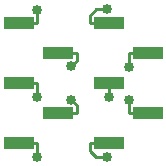
<source format=gbl>
G04 #@! TF.FileFunction,Copper,L2,Bot,Signal*
%FSLAX46Y46*%
G04 Gerber Fmt 4.6, Leading zero omitted, Abs format (unit mm)*
G04 Created by KiCad (PCBNEW 4.0.7-e2-6376~58~ubuntu16.04.1) date Sat Jan 13 09:41:31 2018*
%MOMM*%
%LPD*%
G01*
G04 APERTURE LIST*
%ADD10C,0.100000*%
%ADD11R,2.510000X1.000000*%
%ADD12C,0.850000*%
%ADD13C,0.250000*%
G04 APERTURE END LIST*
D10*
D11*
X113927000Y-100076000D03*
X113927000Y-105156000D03*
X110617000Y-97536000D03*
X110617000Y-102616000D03*
X110617000Y-107696000D03*
X121547000Y-100076000D03*
X121547000Y-105156000D03*
X118237000Y-97536000D03*
X118237000Y-102616000D03*
X118237000Y-107696000D03*
D12*
X115016100Y-101202000D03*
X115029300Y-104028100D03*
X112197300Y-96389800D03*
X112197300Y-103769600D03*
X112197300Y-108842200D03*
X118087500Y-96359400D03*
X119966700Y-101229600D03*
X118237000Y-103755100D03*
X119966700Y-104002400D03*
X118087500Y-108872600D03*
D13*
X113927000Y-100076000D02*
X115507300Y-100076000D01*
X115507300Y-100710800D02*
X115016100Y-101202000D01*
X115507300Y-100076000D02*
X115507300Y-100710800D01*
X113927000Y-105156000D02*
X115507300Y-105156000D01*
X115507300Y-104506100D02*
X115029300Y-104028100D01*
X115507300Y-105156000D02*
X115507300Y-104506100D01*
X110617000Y-97536000D02*
X112197300Y-97536000D01*
X112197300Y-96389800D02*
X112197300Y-97536000D01*
X110617000Y-102616000D02*
X112197300Y-102616000D01*
X112197300Y-102616000D02*
X112197300Y-103769600D01*
X110617000Y-107696000D02*
X112197300Y-107696000D01*
X112197300Y-108842200D02*
X112197300Y-107696000D01*
X118087500Y-96359500D02*
X118087500Y-96359400D01*
X117191200Y-96359500D02*
X118087500Y-96359500D01*
X116656700Y-96894000D02*
X117191200Y-96359500D01*
X116656700Y-97536000D02*
X116656700Y-96894000D01*
X118237000Y-97536000D02*
X116656700Y-97536000D01*
X121547000Y-100076000D02*
X119966700Y-100076000D01*
X119966700Y-100076000D02*
X119966700Y-101229600D01*
X118237000Y-102616000D02*
X118237000Y-103755100D01*
X121547000Y-105156000D02*
X119966700Y-105156000D01*
X119966700Y-105156000D02*
X119966700Y-104002400D01*
X118087500Y-108872500D02*
X118087500Y-108872600D01*
X117191200Y-108872500D02*
X118087500Y-108872500D01*
X116656700Y-108338000D02*
X117191200Y-108872500D01*
X116656700Y-107696000D02*
X116656700Y-108338000D01*
X118237000Y-107696000D02*
X116656700Y-107696000D01*
M02*

</source>
